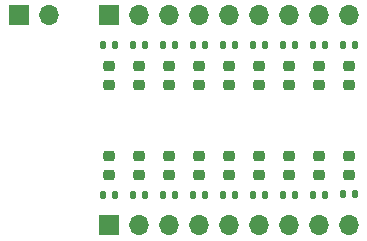
<source format=gbr>
%TF.GenerationSoftware,KiCad,Pcbnew,(6.0.9)*%
%TF.CreationDate,2024-05-18T22:59:34+02:00*%
%TF.ProjectId,Breadboard-byte-leds,42726561-6462-46f6-9172-642d62797465,rev?*%
%TF.SameCoordinates,Original*%
%TF.FileFunction,Soldermask,Top*%
%TF.FilePolarity,Negative*%
%FSLAX46Y46*%
G04 Gerber Fmt 4.6, Leading zero omitted, Abs format (unit mm)*
G04 Created by KiCad (PCBNEW (6.0.9)) date 2024-05-18 22:59:34*
%MOMM*%
%LPD*%
G01*
G04 APERTURE LIST*
G04 Aperture macros list*
%AMRoundRect*
0 Rectangle with rounded corners*
0 $1 Rounding radius*
0 $2 $3 $4 $5 $6 $7 $8 $9 X,Y pos of 4 corners*
0 Add a 4 corners polygon primitive as box body*
4,1,4,$2,$3,$4,$5,$6,$7,$8,$9,$2,$3,0*
0 Add four circle primitives for the rounded corners*
1,1,$1+$1,$2,$3*
1,1,$1+$1,$4,$5*
1,1,$1+$1,$6,$7*
1,1,$1+$1,$8,$9*
0 Add four rect primitives between the rounded corners*
20,1,$1+$1,$2,$3,$4,$5,0*
20,1,$1+$1,$4,$5,$6,$7,0*
20,1,$1+$1,$6,$7,$8,$9,0*
20,1,$1+$1,$8,$9,$2,$3,0*%
G04 Aperture macros list end*
%ADD10RoundRect,0.135000X-0.135000X-0.185000X0.135000X-0.185000X0.135000X0.185000X-0.135000X0.185000X0*%
%ADD11RoundRect,0.218750X-0.256250X0.218750X-0.256250X-0.218750X0.256250X-0.218750X0.256250X0.218750X0*%
%ADD12RoundRect,0.218750X0.256250X-0.218750X0.256250X0.218750X-0.256250X0.218750X-0.256250X-0.218750X0*%
%ADD13R,1.700000X1.700000*%
%ADD14O,1.700000X1.700000*%
G04 APERTURE END LIST*
D10*
%TO.C,R19*%
X149350000Y-83820000D03*
X150370000Y-83820000D03*
%TD*%
D11*
%TO.C,D12*%
X154940000Y-80492500D03*
X154940000Y-82067500D03*
%TD*%
D12*
%TO.C,D4*%
X157480000Y-74447500D03*
X157480000Y-72872500D03*
%TD*%
D11*
%TO.C,D15*%
X162560000Y-80492500D03*
X162560000Y-82067500D03*
%TD*%
D10*
%TO.C,R8*%
X167130000Y-71120000D03*
X168150000Y-71120000D03*
%TD*%
%TO.C,R26*%
X167130000Y-83820000D03*
X168150000Y-83820000D03*
%TD*%
%TO.C,R3*%
X154430000Y-71120000D03*
X155450000Y-71120000D03*
%TD*%
%TO.C,R7*%
X164590000Y-71120000D03*
X165610000Y-71120000D03*
%TD*%
%TO.C,R6*%
X162050000Y-71120000D03*
X163070000Y-71120000D03*
%TD*%
D11*
%TO.C,D13*%
X157480000Y-80492500D03*
X157480000Y-82067500D03*
%TD*%
%TO.C,D16*%
X165100000Y-80492500D03*
X165100000Y-82067500D03*
%TD*%
D12*
%TO.C,D3*%
X154940000Y-74447500D03*
X154940000Y-72872500D03*
%TD*%
%TO.C,D9*%
X170180000Y-74447500D03*
X170180000Y-72872500D03*
%TD*%
D10*
%TO.C,R4*%
X156970000Y-71120000D03*
X157990000Y-71120000D03*
%TD*%
%TO.C,R20*%
X151890000Y-83820000D03*
X152910000Y-83820000D03*
%TD*%
%TO.C,R9*%
X169670000Y-71120000D03*
X170690000Y-71120000D03*
%TD*%
%TO.C,R2*%
X151890000Y-71120000D03*
X152910000Y-71120000D03*
%TD*%
%TO.C,R27*%
X169670000Y-83756500D03*
X170690000Y-83756500D03*
%TD*%
%TO.C,R1*%
X149350000Y-71120000D03*
X150370000Y-71120000D03*
%TD*%
D11*
%TO.C,D14*%
X160020000Y-80492500D03*
X160020000Y-82067500D03*
%TD*%
D10*
%TO.C,R24*%
X162050000Y-83820000D03*
X163070000Y-83820000D03*
%TD*%
D11*
%TO.C,D18*%
X170180000Y-80492500D03*
X170180000Y-82067500D03*
%TD*%
D12*
%TO.C,D8*%
X167640000Y-74447500D03*
X167640000Y-72872500D03*
%TD*%
D11*
%TO.C,D17*%
X167640000Y-80492500D03*
X167640000Y-82067500D03*
%TD*%
D12*
%TO.C,D6*%
X162560000Y-74447500D03*
X162560000Y-72872500D03*
%TD*%
D11*
%TO.C,D10*%
X149860000Y-80492500D03*
X149860000Y-82067500D03*
%TD*%
D12*
%TO.C,D7*%
X165100000Y-74447500D03*
X165100000Y-72872500D03*
%TD*%
%TO.C,D5*%
X160020000Y-74447500D03*
X160020000Y-72872500D03*
%TD*%
D10*
%TO.C,R21*%
X154430000Y-83820000D03*
X155450000Y-83820000D03*
%TD*%
%TO.C,R5*%
X159510000Y-71120000D03*
X160530000Y-71120000D03*
%TD*%
%TO.C,R22*%
X156970000Y-83820000D03*
X157990000Y-83820000D03*
%TD*%
D12*
%TO.C,D1*%
X149860000Y-74447500D03*
X149860000Y-72872500D03*
%TD*%
%TO.C,D2*%
X152400000Y-74447500D03*
X152400000Y-72872500D03*
%TD*%
D10*
%TO.C,R25*%
X164590000Y-83820000D03*
X165610000Y-83820000D03*
%TD*%
%TO.C,R23*%
X159510000Y-83820000D03*
X160530000Y-83820000D03*
%TD*%
D11*
%TO.C,D11*%
X152400000Y-80492500D03*
X152400000Y-82067500D03*
%TD*%
D13*
%TO.C,J2*%
X149860000Y-86360000D03*
D14*
X152400000Y-86360000D03*
X154940000Y-86360000D03*
X157480000Y-86360000D03*
X160020000Y-86360000D03*
X162560000Y-86360000D03*
X165100000Y-86360000D03*
X167640000Y-86360000D03*
X170180000Y-86360000D03*
%TD*%
D13*
%TO.C,J3*%
X142240000Y-68580000D03*
D14*
X144780000Y-68580000D03*
%TD*%
D13*
%TO.C,J1*%
X149860000Y-68580000D03*
D14*
X152400000Y-68580000D03*
X154940000Y-68580000D03*
X157480000Y-68580000D03*
X160020000Y-68580000D03*
X162560000Y-68580000D03*
X165100000Y-68580000D03*
X167640000Y-68580000D03*
X170180000Y-68580000D03*
%TD*%
M02*

</source>
